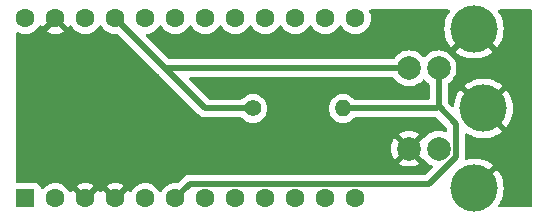
<source format=gtl>
%TF.GenerationSoftware,KiCad,Pcbnew,(6.0.4-0)*%
%TF.CreationDate,2022-04-07T00:05:43-04:00*%
%TF.ProjectId,adb-usb-converter,6164622d-7573-4622-9d63-6f6e76657274,rev?*%
%TF.SameCoordinates,Original*%
%TF.FileFunction,Copper,L1,Top*%
%TF.FilePolarity,Positive*%
%FSLAX46Y46*%
G04 Gerber Fmt 4.6, Leading zero omitted, Abs format (unit mm)*
G04 Created by KiCad (PCBNEW (6.0.4-0)) date 2022-04-07 00:05:43*
%MOMM*%
%LPD*%
G01*
G04 APERTURE LIST*
%TA.AperFunction,ComponentPad*%
%ADD10C,2.000000*%
%TD*%
%TA.AperFunction,ComponentPad*%
%ADD11C,4.000000*%
%TD*%
%TA.AperFunction,ComponentPad*%
%ADD12C,1.600000*%
%TD*%
%TA.AperFunction,ComponentPad*%
%ADD13R,1.600000X1.600000*%
%TD*%
%TA.AperFunction,ComponentPad*%
%ADD14O,1.400000X1.400000*%
%TD*%
%TA.AperFunction,ComponentPad*%
%ADD15C,1.400000*%
%TD*%
%TA.AperFunction,Conductor*%
%ADD16C,0.500000*%
%TD*%
G04 APERTURE END LIST*
D10*
%TO.P,J1,5*%
%TO.N,GND*%
X139450000Y-3400000D03*
%TO.P,J1,3*%
%TO.N,VCC*%
X139450000Y3400000D03*
%TO.P,J1,4*%
%TO.N,Net-(J1-Pad4)*%
X141950000Y-3400000D03*
%TO.P,J1,2*%
%TO.N,/ADB*%
X141950000Y3400000D03*
D11*
%TO.P,J1,1*%
%TO.N,GND*%
X145750000Y0D03*
X144950000Y-6750000D03*
X144950000Y6750000D03*
%TD*%
D12*
%TO.P,U1,24*%
%TO.N,Net-(U1-Pad24)*%
X106965001Y7620000D03*
%TO.P,U1,23*%
%TO.N,GND*%
X109505001Y7620000D03*
%TO.P,U1,22*%
%TO.N,Net-(U1-Pad22)*%
X112045001Y7620000D03*
%TO.P,U1,21*%
%TO.N,VCC*%
X114585001Y7620000D03*
%TO.P,U1,20*%
%TO.N,Net-(U1-Pad20)*%
X117125001Y7620000D03*
%TO.P,U1,19*%
%TO.N,Net-(U1-Pad19)*%
X119665001Y7620000D03*
%TO.P,U1,18*%
%TO.N,Net-(U1-Pad18)*%
X122205001Y7620000D03*
%TO.P,U1,17*%
%TO.N,Net-(U1-Pad17)*%
X124745001Y7620000D03*
%TO.P,U1,16*%
%TO.N,Net-(U1-Pad16)*%
X127285001Y7620000D03*
%TO.P,U1,15*%
%TO.N,Net-(U1-Pad15)*%
X129825001Y7620000D03*
%TO.P,U1,14*%
%TO.N,Net-(U1-Pad14)*%
X132365001Y7620000D03*
%TO.P,U1,13*%
%TO.N,Net-(U1-Pad13)*%
X134905001Y7620000D03*
%TO.P,U1,12*%
%TO.N,Net-(U1-Pad12)*%
X134905001Y-7620000D03*
%TO.P,U1,11*%
%TO.N,Net-(U1-Pad11)*%
X132365001Y-7620000D03*
%TO.P,U1,10*%
%TO.N,Net-(U1-Pad10)*%
X129825001Y-7620000D03*
%TO.P,U1,9*%
%TO.N,Net-(U1-Pad9)*%
X127285001Y-7620000D03*
%TO.P,U1,8*%
%TO.N,Net-(U1-Pad8)*%
X124745001Y-7620000D03*
%TO.P,U1,7*%
%TO.N,Net-(U1-Pad7)*%
X122205001Y-7620000D03*
%TO.P,U1,6*%
%TO.N,/ADB*%
X119665001Y-7620000D03*
%TO.P,U1,5*%
%TO.N,Net-(U1-Pad5)*%
X117125001Y-7620000D03*
%TO.P,U1,4*%
%TO.N,GND*%
X114585001Y-7620000D03*
%TO.P,U1,3*%
X112045001Y-7620000D03*
%TO.P,U1,2*%
%TO.N,Net-(U1-Pad2)*%
X109505001Y-7620000D03*
D13*
%TO.P,U1,1*%
%TO.N,Net-(U1-Pad1)*%
X106965001Y-7620000D03*
%TD*%
D14*
%TO.P,R1,2*%
%TO.N,/ADB*%
X133858000Y0D03*
D15*
%TO.P,R1,1*%
%TO.N,VCC*%
X126238000Y0D03*
%TD*%
D16*
%TO.N,VCC*%
X122205001Y0D02*
X126238000Y0D01*
X114585001Y7620000D02*
X122205001Y0D01*
X118805001Y3400000D02*
X114585001Y7620000D01*
X139450000Y3400000D02*
X118805001Y3400000D01*
%TO.N,/ADB*%
X120915002Y-6369999D02*
X119665001Y-7620000D01*
X141126003Y-6369999D02*
X120915002Y-6369999D01*
X141950000Y173998D02*
X143400001Y-1276003D01*
X143400001Y-4096001D02*
X141126003Y-6369999D01*
X143400001Y-1276003D02*
X143400001Y-4096001D01*
X141950000Y3400000D02*
X141950000Y173998D01*
X141776002Y0D02*
X141950000Y173998D01*
X133858000Y0D02*
X141776002Y0D01*
%TD*%
%TA.AperFunction,Conductor*%
%TO.N,GND*%
G36*
X142853899Y8361498D02*
G01*
X142900392Y8307842D01*
X142910496Y8237568D01*
X142892163Y8187986D01*
X142750001Y7963974D01*
X142746189Y7957041D01*
X142615199Y7678672D01*
X142612284Y7671309D01*
X142517217Y7378723D01*
X142515246Y7371046D01*
X142457600Y7068855D01*
X142456607Y7060994D01*
X142437290Y6753958D01*
X142437290Y6746042D01*
X142456607Y6439006D01*
X142457600Y6431145D01*
X142515246Y6128954D01*
X142517217Y6121277D01*
X142612284Y5828691D01*
X142615199Y5821328D01*
X142746189Y5542959D01*
X142750001Y5536026D01*
X142914851Y5276264D01*
X142919495Y5269871D01*
X142994497Y5179210D01*
X143007014Y5170755D01*
X143017752Y5176962D01*
X144860905Y7020115D01*
X144923217Y7054141D01*
X144994032Y7049076D01*
X145039095Y7020115D01*
X146881145Y5178065D01*
X146894407Y5170823D01*
X146904512Y5178012D01*
X146980505Y5269871D01*
X146985149Y5276264D01*
X147149999Y5536026D01*
X147153811Y5542959D01*
X147284801Y5821328D01*
X147287716Y5828691D01*
X147382783Y6121277D01*
X147384754Y6128954D01*
X147442400Y6431145D01*
X147443393Y6439006D01*
X147462710Y6746042D01*
X147462710Y6753958D01*
X147443393Y7060994D01*
X147442400Y7068855D01*
X147384754Y7371046D01*
X147382783Y7378723D01*
X147287716Y7671309D01*
X147284801Y7678672D01*
X147153811Y7957041D01*
X147149999Y7963974D01*
X147007837Y8187986D01*
X146988224Y8256220D01*
X147008615Y8324225D01*
X147062535Y8370411D01*
X147114222Y8381500D01*
X149733500Y8381500D01*
X149801621Y8361498D01*
X149848114Y8307842D01*
X149859500Y8255500D01*
X149859500Y-8255500D01*
X149839498Y-8323621D01*
X149785842Y-8370114D01*
X149733500Y-8381500D01*
X147114222Y-8381500D01*
X147046101Y-8361498D01*
X146999608Y-8307842D01*
X146989504Y-8237568D01*
X147007837Y-8187986D01*
X147149999Y-7963974D01*
X147153811Y-7957041D01*
X147284801Y-7678672D01*
X147287716Y-7671309D01*
X147382783Y-7378723D01*
X147384754Y-7371046D01*
X147442400Y-7068855D01*
X147443393Y-7060994D01*
X147462710Y-6753958D01*
X147462710Y-6746042D01*
X147443393Y-6439006D01*
X147442400Y-6431145D01*
X147384754Y-6128954D01*
X147382783Y-6121277D01*
X147287716Y-5828691D01*
X147284801Y-5821328D01*
X147153811Y-5542959D01*
X147149999Y-5536026D01*
X146985149Y-5276264D01*
X146980505Y-5269871D01*
X146905503Y-5179210D01*
X146892986Y-5170755D01*
X146882248Y-5176962D01*
X145039095Y-7020115D01*
X144976783Y-7054141D01*
X144905968Y-7049076D01*
X144860905Y-7020115D01*
X144679885Y-6839095D01*
X144645859Y-6776783D01*
X144650924Y-6705968D01*
X144679885Y-6660905D01*
X146524666Y-4816124D01*
X146531279Y-4804013D01*
X146522452Y-4792395D01*
X146299719Y-4630570D01*
X146293039Y-4626330D01*
X146023428Y-4478110D01*
X146016293Y-4474753D01*
X145730230Y-4361492D01*
X145722704Y-4359047D01*
X145424721Y-4282538D01*
X145416950Y-4281055D01*
X145111722Y-4242497D01*
X145103831Y-4242000D01*
X144796169Y-4242000D01*
X144788278Y-4242497D01*
X144483050Y-4281055D01*
X144475279Y-4282538D01*
X144314351Y-4323857D01*
X144243396Y-4321425D01*
X144185020Y-4281017D01*
X144157757Y-4215464D01*
X144158288Y-4190421D01*
X144157809Y-4190391D01*
X144158501Y-4179237D01*
X144158536Y-4179239D01*
X144158776Y-4175267D01*
X144159153Y-4171046D01*
X144160642Y-4163886D01*
X144158547Y-4086459D01*
X144158501Y-4083051D01*
X144158501Y-2191056D01*
X144178503Y-2122935D01*
X144232159Y-2076442D01*
X144302433Y-2066338D01*
X144358561Y-2089119D01*
X144400283Y-2119432D01*
X144406961Y-2123670D01*
X144676572Y-2271890D01*
X144683707Y-2275247D01*
X144969770Y-2388508D01*
X144977296Y-2390953D01*
X145275279Y-2467462D01*
X145283050Y-2468945D01*
X145588278Y-2507503D01*
X145596169Y-2508000D01*
X145903831Y-2508000D01*
X145911722Y-2507503D01*
X146216950Y-2468945D01*
X146224721Y-2467462D01*
X146522704Y-2390953D01*
X146530230Y-2388508D01*
X146816293Y-2275247D01*
X146823428Y-2271890D01*
X147093039Y-2123670D01*
X147099719Y-2119430D01*
X147322823Y-1957336D01*
X147331246Y-1946413D01*
X147324342Y-1933552D01*
X145391922Y-1132D01*
X146114408Y-1132D01*
X146114539Y-2965D01*
X146118790Y-9580D01*
X147681145Y-1571935D01*
X147694407Y-1579177D01*
X147704512Y-1571988D01*
X147780505Y-1480129D01*
X147785149Y-1473736D01*
X147949999Y-1213974D01*
X147953811Y-1207041D01*
X148084801Y-928672D01*
X148087716Y-921309D01*
X148182783Y-628723D01*
X148184754Y-621046D01*
X148242400Y-318855D01*
X148243393Y-310994D01*
X148262710Y-3958D01*
X148262710Y3958D01*
X148243393Y310994D01*
X148242400Y318855D01*
X148184754Y621046D01*
X148182783Y628723D01*
X148087716Y921309D01*
X148084801Y928672D01*
X147953811Y1207041D01*
X147949999Y1213974D01*
X147785149Y1473736D01*
X147780505Y1480129D01*
X147705503Y1570790D01*
X147692986Y1579245D01*
X147682248Y1573038D01*
X146122022Y12812D01*
X146114408Y-1132D01*
X145391922Y-1132D01*
X143818855Y1571935D01*
X143805593Y1579177D01*
X143795488Y1571988D01*
X143719495Y1480129D01*
X143714851Y1473736D01*
X143550001Y1213974D01*
X143546189Y1207041D01*
X143415199Y928672D01*
X143412284Y921309D01*
X143317217Y628723D01*
X143315246Y621046D01*
X143257600Y318855D01*
X143256607Y310995D01*
X143252174Y240535D01*
X143227935Y173804D01*
X143171466Y130772D01*
X143100696Y125100D01*
X143037328Y159351D01*
X142745405Y451274D01*
X142711379Y513586D01*
X142708500Y540369D01*
X142708500Y1946413D01*
X144168754Y1946413D01*
X144175658Y1933552D01*
X145737188Y372022D01*
X145751132Y364408D01*
X145752965Y364539D01*
X145759580Y368790D01*
X147324666Y1933876D01*
X147331279Y1945987D01*
X147322452Y1957605D01*
X147099719Y2119430D01*
X147093039Y2123670D01*
X146823428Y2271890D01*
X146816293Y2275247D01*
X146530230Y2388508D01*
X146522704Y2390953D01*
X146224721Y2467462D01*
X146216950Y2468945D01*
X145911722Y2507503D01*
X145903831Y2508000D01*
X145596169Y2508000D01*
X145588278Y2507503D01*
X145283050Y2468945D01*
X145275279Y2467462D01*
X144977296Y2390953D01*
X144969770Y2388508D01*
X144683707Y2275247D01*
X144676572Y2271890D01*
X144406961Y2123670D01*
X144400281Y2119430D01*
X144177177Y1957336D01*
X144168754Y1946413D01*
X142708500Y1946413D01*
X142708500Y2025035D01*
X142728502Y2093156D01*
X142768664Y2132467D01*
X142839416Y2175824D01*
X143019969Y2330031D01*
X143174176Y2510584D01*
X143176755Y2514792D01*
X143176759Y2514798D01*
X143295654Y2708817D01*
X143298240Y2713037D01*
X143351516Y2841656D01*
X143387211Y2927833D01*
X143387212Y2927835D01*
X143389105Y2932406D01*
X143444535Y3163289D01*
X143463165Y3400000D01*
X143444535Y3636711D01*
X143389105Y3867594D01*
X143298240Y4086963D01*
X143242145Y4178502D01*
X143176759Y4285202D01*
X143176755Y4285208D01*
X143174176Y4289416D01*
X143019969Y4469969D01*
X142839416Y4624176D01*
X142835208Y4626755D01*
X142835202Y4626759D01*
X142641183Y4745654D01*
X142636963Y4748240D01*
X142632393Y4750133D01*
X142632389Y4750135D01*
X142502315Y4804013D01*
X143368721Y4804013D01*
X143377548Y4792395D01*
X143600281Y4630570D01*
X143606961Y4626330D01*
X143876572Y4478110D01*
X143883707Y4474753D01*
X144169770Y4361492D01*
X144177296Y4359047D01*
X144475279Y4282538D01*
X144483050Y4281055D01*
X144788278Y4242497D01*
X144796169Y4242000D01*
X145103831Y4242000D01*
X145111722Y4242497D01*
X145416950Y4281055D01*
X145424721Y4282538D01*
X145722704Y4359047D01*
X145730230Y4361492D01*
X146016293Y4474753D01*
X146023428Y4478110D01*
X146293039Y4626330D01*
X146299719Y4630570D01*
X146522823Y4792664D01*
X146531246Y4803587D01*
X146524342Y4816448D01*
X144962812Y6377978D01*
X144948868Y6385592D01*
X144947035Y6385461D01*
X144940420Y6381210D01*
X143375334Y4816124D01*
X143368721Y4804013D01*
X142502315Y4804013D01*
X142422167Y4837211D01*
X142422165Y4837212D01*
X142417594Y4839105D01*
X142337391Y4858360D01*
X142191524Y4893380D01*
X142191518Y4893381D01*
X142186711Y4894535D01*
X141950000Y4913165D01*
X141713289Y4894535D01*
X141708482Y4893381D01*
X141708476Y4893380D01*
X141562609Y4858360D01*
X141482406Y4839105D01*
X141477835Y4837212D01*
X141477833Y4837211D01*
X141267611Y4750135D01*
X141267607Y4750133D01*
X141263037Y4748240D01*
X141258817Y4745654D01*
X141064798Y4626759D01*
X141064792Y4626755D01*
X141060584Y4624176D01*
X140880031Y4469969D01*
X140876823Y4466213D01*
X140876818Y4466208D01*
X140795811Y4371361D01*
X140736361Y4332551D01*
X140665366Y4332045D01*
X140604189Y4371361D01*
X140523182Y4466208D01*
X140523177Y4466213D01*
X140519969Y4469969D01*
X140339416Y4624176D01*
X140335208Y4626755D01*
X140335202Y4626759D01*
X140141183Y4745654D01*
X140136963Y4748240D01*
X140132393Y4750133D01*
X140132389Y4750135D01*
X139922167Y4837211D01*
X139922165Y4837212D01*
X139917594Y4839105D01*
X139837391Y4858360D01*
X139691524Y4893380D01*
X139691518Y4893381D01*
X139686711Y4894535D01*
X139450000Y4913165D01*
X139213289Y4894535D01*
X139208482Y4893381D01*
X139208476Y4893380D01*
X139062609Y4858360D01*
X138982406Y4839105D01*
X138977835Y4837212D01*
X138977833Y4837211D01*
X138767611Y4750135D01*
X138767607Y4750133D01*
X138763037Y4748240D01*
X138758817Y4745654D01*
X138564798Y4626759D01*
X138564792Y4626755D01*
X138560584Y4624176D01*
X138380031Y4469969D01*
X138376823Y4466213D01*
X138262665Y4332551D01*
X138225824Y4289416D01*
X138182467Y4218664D01*
X138129819Y4171033D01*
X138075035Y4158500D01*
X119171372Y4158500D01*
X119103251Y4178502D01*
X119082277Y4195405D01*
X117174621Y6103061D01*
X117140595Y6165373D01*
X117145660Y6236188D01*
X117188207Y6293024D01*
X117252734Y6317677D01*
X117279792Y6320044D01*
X117353088Y6326457D01*
X117358401Y6327881D01*
X117358403Y6327881D01*
X117568934Y6384293D01*
X117568936Y6384294D01*
X117574244Y6385716D01*
X117580236Y6388510D01*
X117776763Y6480151D01*
X117776768Y6480154D01*
X117781750Y6482477D01*
X117917502Y6577532D01*
X117964790Y6610643D01*
X117964793Y6610645D01*
X117969301Y6613802D01*
X118131199Y6775700D01*
X118262524Y6963251D01*
X118264847Y6968233D01*
X118264850Y6968238D01*
X118280806Y7002457D01*
X118327723Y7055742D01*
X118396000Y7075203D01*
X118463960Y7054661D01*
X118509196Y7002457D01*
X118525152Y6968238D01*
X118525155Y6968233D01*
X118527478Y6963251D01*
X118658803Y6775700D01*
X118820701Y6613802D01*
X118825209Y6610645D01*
X118825212Y6610643D01*
X118872500Y6577532D01*
X119008252Y6482477D01*
X119013234Y6480154D01*
X119013239Y6480151D01*
X119209766Y6388510D01*
X119215758Y6385716D01*
X119221066Y6384294D01*
X119221068Y6384293D01*
X119431599Y6327881D01*
X119431601Y6327881D01*
X119436914Y6326457D01*
X119665001Y6306502D01*
X119893088Y6326457D01*
X119898401Y6327881D01*
X119898403Y6327881D01*
X120108934Y6384293D01*
X120108936Y6384294D01*
X120114244Y6385716D01*
X120120236Y6388510D01*
X120316763Y6480151D01*
X120316768Y6480154D01*
X120321750Y6482477D01*
X120457502Y6577532D01*
X120504790Y6610643D01*
X120504793Y6610645D01*
X120509301Y6613802D01*
X120671199Y6775700D01*
X120802524Y6963251D01*
X120804847Y6968233D01*
X120804850Y6968238D01*
X120820806Y7002457D01*
X120867723Y7055742D01*
X120936000Y7075203D01*
X121003960Y7054661D01*
X121049196Y7002457D01*
X121065152Y6968238D01*
X121065155Y6968233D01*
X121067478Y6963251D01*
X121198803Y6775700D01*
X121360701Y6613802D01*
X121365209Y6610645D01*
X121365212Y6610643D01*
X121412500Y6577532D01*
X121548252Y6482477D01*
X121553234Y6480154D01*
X121553239Y6480151D01*
X121749766Y6388510D01*
X121755758Y6385716D01*
X121761066Y6384294D01*
X121761068Y6384293D01*
X121971599Y6327881D01*
X121971601Y6327881D01*
X121976914Y6326457D01*
X122205001Y6306502D01*
X122433088Y6326457D01*
X122438401Y6327881D01*
X122438403Y6327881D01*
X122648934Y6384293D01*
X122648936Y6384294D01*
X122654244Y6385716D01*
X122660236Y6388510D01*
X122856763Y6480151D01*
X122856768Y6480154D01*
X122861750Y6482477D01*
X122997502Y6577532D01*
X123044790Y6610643D01*
X123044793Y6610645D01*
X123049301Y6613802D01*
X123211199Y6775700D01*
X123342524Y6963251D01*
X123344847Y6968233D01*
X123344850Y6968238D01*
X123360806Y7002457D01*
X123407723Y7055742D01*
X123476000Y7075203D01*
X123543960Y7054661D01*
X123589196Y7002457D01*
X123605152Y6968238D01*
X123605155Y6968233D01*
X123607478Y6963251D01*
X123738803Y6775700D01*
X123900701Y6613802D01*
X123905209Y6610645D01*
X123905212Y6610643D01*
X123952500Y6577532D01*
X124088252Y6482477D01*
X124093234Y6480154D01*
X124093239Y6480151D01*
X124289766Y6388510D01*
X124295758Y6385716D01*
X124301066Y6384294D01*
X124301068Y6384293D01*
X124511599Y6327881D01*
X124511601Y6327881D01*
X124516914Y6326457D01*
X124745001Y6306502D01*
X124973088Y6326457D01*
X124978401Y6327881D01*
X124978403Y6327881D01*
X125188934Y6384293D01*
X125188936Y6384294D01*
X125194244Y6385716D01*
X125200236Y6388510D01*
X125396763Y6480151D01*
X125396768Y6480154D01*
X125401750Y6482477D01*
X125537502Y6577532D01*
X125584790Y6610643D01*
X125584793Y6610645D01*
X125589301Y6613802D01*
X125751199Y6775700D01*
X125882524Y6963251D01*
X125884847Y6968233D01*
X125884850Y6968238D01*
X125900806Y7002457D01*
X125947723Y7055742D01*
X126016000Y7075203D01*
X126083960Y7054661D01*
X126129196Y7002457D01*
X126145152Y6968238D01*
X126145155Y6968233D01*
X126147478Y6963251D01*
X126278803Y6775700D01*
X126440701Y6613802D01*
X126445209Y6610645D01*
X126445212Y6610643D01*
X126492500Y6577532D01*
X126628252Y6482477D01*
X126633234Y6480154D01*
X126633239Y6480151D01*
X126829766Y6388510D01*
X126835758Y6385716D01*
X126841066Y6384294D01*
X126841068Y6384293D01*
X127051599Y6327881D01*
X127051601Y6327881D01*
X127056914Y6326457D01*
X127285001Y6306502D01*
X127513088Y6326457D01*
X127518401Y6327881D01*
X127518403Y6327881D01*
X127728934Y6384293D01*
X127728936Y6384294D01*
X127734244Y6385716D01*
X127740236Y6388510D01*
X127936763Y6480151D01*
X127936768Y6480154D01*
X127941750Y6482477D01*
X128077502Y6577532D01*
X128124790Y6610643D01*
X128124793Y6610645D01*
X128129301Y6613802D01*
X128291199Y6775700D01*
X128422524Y6963251D01*
X128424847Y6968233D01*
X128424850Y6968238D01*
X128440806Y7002457D01*
X128487723Y7055742D01*
X128556000Y7075203D01*
X128623960Y7054661D01*
X128669196Y7002457D01*
X128685152Y6968238D01*
X128685155Y6968233D01*
X128687478Y6963251D01*
X128818803Y6775700D01*
X128980701Y6613802D01*
X128985209Y6610645D01*
X128985212Y6610643D01*
X129032500Y6577532D01*
X129168252Y6482477D01*
X129173234Y6480154D01*
X129173239Y6480151D01*
X129369766Y6388510D01*
X129375758Y6385716D01*
X129381066Y6384294D01*
X129381068Y6384293D01*
X129591599Y6327881D01*
X129591601Y6327881D01*
X129596914Y6326457D01*
X129825001Y6306502D01*
X130053088Y6326457D01*
X130058401Y6327881D01*
X130058403Y6327881D01*
X130268934Y6384293D01*
X130268936Y6384294D01*
X130274244Y6385716D01*
X130280236Y6388510D01*
X130476763Y6480151D01*
X130476768Y6480154D01*
X130481750Y6482477D01*
X130617502Y6577532D01*
X130664790Y6610643D01*
X130664793Y6610645D01*
X130669301Y6613802D01*
X130831199Y6775700D01*
X130962524Y6963251D01*
X130964847Y6968233D01*
X130964850Y6968238D01*
X130980806Y7002457D01*
X131027723Y7055742D01*
X131096000Y7075203D01*
X131163960Y7054661D01*
X131209196Y7002457D01*
X131225152Y6968238D01*
X131225155Y6968233D01*
X131227478Y6963251D01*
X131358803Y6775700D01*
X131520701Y6613802D01*
X131525209Y6610645D01*
X131525212Y6610643D01*
X131572500Y6577532D01*
X131708252Y6482477D01*
X131713234Y6480154D01*
X131713239Y6480151D01*
X131909766Y6388510D01*
X131915758Y6385716D01*
X131921066Y6384294D01*
X131921068Y6384293D01*
X132131599Y6327881D01*
X132131601Y6327881D01*
X132136914Y6326457D01*
X132365001Y6306502D01*
X132593088Y6326457D01*
X132598401Y6327881D01*
X132598403Y6327881D01*
X132808934Y6384293D01*
X132808936Y6384294D01*
X132814244Y6385716D01*
X132820236Y6388510D01*
X133016763Y6480151D01*
X133016768Y6480154D01*
X133021750Y6482477D01*
X133157502Y6577532D01*
X133204790Y6610643D01*
X133204793Y6610645D01*
X133209301Y6613802D01*
X133371199Y6775700D01*
X133502524Y6963251D01*
X133504847Y6968233D01*
X133504850Y6968238D01*
X133520806Y7002457D01*
X133567723Y7055742D01*
X133636000Y7075203D01*
X133703960Y7054661D01*
X133749196Y7002457D01*
X133765152Y6968238D01*
X133765155Y6968233D01*
X133767478Y6963251D01*
X133898803Y6775700D01*
X134060701Y6613802D01*
X134065209Y6610645D01*
X134065212Y6610643D01*
X134112500Y6577532D01*
X134248252Y6482477D01*
X134253234Y6480154D01*
X134253239Y6480151D01*
X134449766Y6388510D01*
X134455758Y6385716D01*
X134461066Y6384294D01*
X134461068Y6384293D01*
X134671599Y6327881D01*
X134671601Y6327881D01*
X134676914Y6326457D01*
X134905001Y6306502D01*
X135133088Y6326457D01*
X135138401Y6327881D01*
X135138403Y6327881D01*
X135348934Y6384293D01*
X135348936Y6384294D01*
X135354244Y6385716D01*
X135360236Y6388510D01*
X135556763Y6480151D01*
X135556768Y6480154D01*
X135561750Y6482477D01*
X135697502Y6577532D01*
X135744790Y6610643D01*
X135744793Y6610645D01*
X135749301Y6613802D01*
X135911199Y6775700D01*
X136042524Y6963251D01*
X136044847Y6968233D01*
X136044850Y6968238D01*
X136136962Y7165775D01*
X136136962Y7165776D01*
X136139285Y7170757D01*
X136159977Y7247978D01*
X136197120Y7386598D01*
X136197120Y7386600D01*
X136198544Y7391913D01*
X136218499Y7620000D01*
X136198544Y7848087D01*
X136187283Y7890115D01*
X136140708Y8063933D01*
X136140707Y8063935D01*
X136139285Y8069243D01*
X136077263Y8202251D01*
X136066602Y8272442D01*
X136095582Y8337255D01*
X136155002Y8376111D01*
X136191458Y8381500D01*
X142785778Y8381500D01*
X142853899Y8361498D01*
G37*
%TD.AperFunction*%
%TA.AperFunction,Conductor*%
G36*
X109549033Y7919076D02*
G01*
X109594096Y7890115D01*
X110579288Y6904923D01*
X110591063Y6898493D01*
X110603078Y6907789D01*
X110638932Y6958994D01*
X110644415Y6968489D01*
X110660530Y7003049D01*
X110707447Y7056334D01*
X110775724Y7075795D01*
X110843684Y7055253D01*
X110888920Y7003049D01*
X110905152Y6968238D01*
X110905155Y6968233D01*
X110907478Y6963251D01*
X111038803Y6775700D01*
X111200701Y6613802D01*
X111205209Y6610645D01*
X111205212Y6610643D01*
X111252500Y6577532D01*
X111388252Y6482477D01*
X111393234Y6480154D01*
X111393239Y6480151D01*
X111589766Y6388510D01*
X111595758Y6385716D01*
X111601066Y6384294D01*
X111601068Y6384293D01*
X111811599Y6327881D01*
X111811601Y6327881D01*
X111816914Y6326457D01*
X112045001Y6306502D01*
X112273088Y6326457D01*
X112278401Y6327881D01*
X112278403Y6327881D01*
X112488934Y6384293D01*
X112488936Y6384294D01*
X112494244Y6385716D01*
X112500236Y6388510D01*
X112696763Y6480151D01*
X112696768Y6480154D01*
X112701750Y6482477D01*
X112837502Y6577532D01*
X112884790Y6610643D01*
X112884793Y6610645D01*
X112889301Y6613802D01*
X113051199Y6775700D01*
X113182524Y6963251D01*
X113184847Y6968233D01*
X113184850Y6968238D01*
X113200806Y7002457D01*
X113247723Y7055742D01*
X113316000Y7075203D01*
X113383960Y7054661D01*
X113429196Y7002457D01*
X113445152Y6968238D01*
X113445155Y6968233D01*
X113447478Y6963251D01*
X113578803Y6775700D01*
X113740701Y6613802D01*
X113745209Y6610645D01*
X113745212Y6610643D01*
X113792500Y6577532D01*
X113928252Y6482477D01*
X113933234Y6480154D01*
X113933239Y6480151D01*
X114129766Y6388510D01*
X114135758Y6385716D01*
X114141066Y6384294D01*
X114141068Y6384293D01*
X114351599Y6327881D01*
X114351601Y6327881D01*
X114356914Y6326457D01*
X114585001Y6306502D01*
X114590476Y6306981D01*
X114747914Y6320755D01*
X114817519Y6306766D01*
X114847991Y6284329D01*
X118221231Y2911089D01*
X118233617Y2896677D01*
X118242150Y2885082D01*
X118242155Y2885077D01*
X118246493Y2879182D01*
X118252071Y2874443D01*
X118252074Y2874440D01*
X118286769Y2844965D01*
X118294285Y2838035D01*
X121621231Y-488911D01*
X121633617Y-503323D01*
X121642150Y-514918D01*
X121642155Y-514923D01*
X121646493Y-520818D01*
X121652071Y-525557D01*
X121652074Y-525560D01*
X121686769Y-555035D01*
X121694285Y-561965D01*
X121699980Y-567660D01*
X121702862Y-569940D01*
X121722252Y-585281D01*
X121725656Y-588072D01*
X121775704Y-630591D01*
X121781286Y-635333D01*
X121787802Y-638661D01*
X121792851Y-642028D01*
X121797980Y-645195D01*
X121803717Y-649734D01*
X121869876Y-680655D01*
X121873770Y-682558D01*
X121938809Y-715769D01*
X121945917Y-717508D01*
X121951560Y-719607D01*
X121957323Y-721524D01*
X121963951Y-724622D01*
X121971113Y-726112D01*
X121971114Y-726112D01*
X122035413Y-739486D01*
X122039697Y-740456D01*
X122110611Y-757808D01*
X122116213Y-758156D01*
X122116216Y-758156D01*
X122121765Y-758500D01*
X122121763Y-758536D01*
X122125756Y-758775D01*
X122129948Y-759149D01*
X122137116Y-760640D01*
X122214521Y-758546D01*
X122217929Y-758500D01*
X125235233Y-758500D01*
X125303354Y-778502D01*
X125324328Y-795405D01*
X125458224Y-929301D01*
X125631442Y-1050589D01*
X125636420Y-1052910D01*
X125636423Y-1052912D01*
X125766627Y-1113627D01*
X125823090Y-1139956D01*
X125828398Y-1141378D01*
X125828400Y-1141379D01*
X126022030Y-1193262D01*
X126022032Y-1193262D01*
X126027345Y-1194686D01*
X126238000Y-1213116D01*
X126448655Y-1194686D01*
X126453968Y-1193262D01*
X126453970Y-1193262D01*
X126647600Y-1141379D01*
X126647602Y-1141378D01*
X126652910Y-1139956D01*
X126709373Y-1113627D01*
X126839577Y-1052912D01*
X126839580Y-1052910D01*
X126844558Y-1050589D01*
X127017776Y-929301D01*
X127167301Y-779776D01*
X127288589Y-606558D01*
X127297873Y-586650D01*
X127375633Y-419892D01*
X127375634Y-419891D01*
X127377956Y-414910D01*
X127432686Y-210655D01*
X127451116Y0D01*
X127432686Y210655D01*
X127377956Y414910D01*
X127331943Y513586D01*
X127290912Y601577D01*
X127290910Y601580D01*
X127288589Y606558D01*
X127167301Y779776D01*
X127017776Y929301D01*
X126844558Y1050589D01*
X126839580Y1052910D01*
X126839577Y1052912D01*
X126657892Y1137633D01*
X126657891Y1137634D01*
X126652910Y1139956D01*
X126647602Y1141378D01*
X126647600Y1141379D01*
X126453970Y1193262D01*
X126453968Y1193262D01*
X126448655Y1194686D01*
X126238000Y1213116D01*
X126027345Y1194686D01*
X126022032Y1193262D01*
X126022030Y1193262D01*
X125828400Y1141379D01*
X125828398Y1141378D01*
X125823090Y1139956D01*
X125818109Y1137634D01*
X125818108Y1137633D01*
X125636423Y1052912D01*
X125636420Y1052910D01*
X125631442Y1050589D01*
X125458224Y929301D01*
X125324328Y795405D01*
X125262016Y761379D01*
X125235233Y758500D01*
X122571372Y758500D01*
X122503251Y778502D01*
X122482277Y795405D01*
X120851277Y2426405D01*
X120817251Y2488717D01*
X120822316Y2559532D01*
X120864863Y2616368D01*
X120931383Y2641179D01*
X120940372Y2641500D01*
X138075035Y2641500D01*
X138143156Y2621498D01*
X138182466Y2581337D01*
X138225824Y2510584D01*
X138380031Y2330031D01*
X138560584Y2175824D01*
X138564792Y2173245D01*
X138564798Y2173241D01*
X138645691Y2123670D01*
X138763037Y2051760D01*
X138767607Y2049867D01*
X138767611Y2049865D01*
X138977833Y1962789D01*
X138982406Y1960895D01*
X139062609Y1941640D01*
X139208476Y1906620D01*
X139208482Y1906619D01*
X139213289Y1905465D01*
X139450000Y1886835D01*
X139686711Y1905465D01*
X139691518Y1906619D01*
X139691524Y1906620D01*
X139837391Y1941640D01*
X139917594Y1960895D01*
X139922167Y1962789D01*
X140132389Y2049865D01*
X140132393Y2049867D01*
X140136963Y2051760D01*
X140254309Y2123670D01*
X140335202Y2173241D01*
X140335208Y2173245D01*
X140339416Y2175824D01*
X140519969Y2330031D01*
X140523177Y2333787D01*
X140523182Y2333792D01*
X140604189Y2428639D01*
X140663639Y2467449D01*
X140734634Y2467955D01*
X140795811Y2428639D01*
X140876818Y2333792D01*
X140876823Y2333787D01*
X140880031Y2330031D01*
X141060584Y2175824D01*
X141131336Y2132467D01*
X141178967Y2079819D01*
X141191500Y2025035D01*
X141191500Y884500D01*
X141171498Y816379D01*
X141117842Y769886D01*
X141065500Y758500D01*
X134860767Y758500D01*
X134792646Y778502D01*
X134771672Y795405D01*
X134637776Y929301D01*
X134464558Y1050589D01*
X134459580Y1052910D01*
X134459577Y1052912D01*
X134277892Y1137633D01*
X134277891Y1137634D01*
X134272910Y1139956D01*
X134267602Y1141378D01*
X134267600Y1141379D01*
X134073970Y1193262D01*
X134073968Y1193262D01*
X134068655Y1194686D01*
X133858000Y1213116D01*
X133647345Y1194686D01*
X133642032Y1193262D01*
X133642030Y1193262D01*
X133448400Y1141379D01*
X133448398Y1141378D01*
X133443090Y1139956D01*
X133438109Y1137634D01*
X133438108Y1137633D01*
X133256423Y1052912D01*
X133256420Y1052910D01*
X133251442Y1050589D01*
X133078224Y929301D01*
X132928699Y779776D01*
X132807411Y606558D01*
X132805090Y601580D01*
X132805088Y601577D01*
X132764057Y513586D01*
X132718044Y414910D01*
X132663314Y210655D01*
X132644884Y0D01*
X132663314Y-210655D01*
X132718044Y-414910D01*
X132720366Y-419891D01*
X132720367Y-419892D01*
X132798128Y-586650D01*
X132807411Y-606558D01*
X132928699Y-779776D01*
X133078224Y-929301D01*
X133251442Y-1050589D01*
X133256420Y-1052910D01*
X133256423Y-1052912D01*
X133386627Y-1113627D01*
X133443090Y-1139956D01*
X133448398Y-1141378D01*
X133448400Y-1141379D01*
X133642030Y-1193262D01*
X133642032Y-1193262D01*
X133647345Y-1194686D01*
X133858000Y-1213116D01*
X134068655Y-1194686D01*
X134073968Y-1193262D01*
X134073970Y-1193262D01*
X134267600Y-1141379D01*
X134267602Y-1141378D01*
X134272910Y-1139956D01*
X134329373Y-1113627D01*
X134459577Y-1052912D01*
X134459580Y-1052910D01*
X134464558Y-1050589D01*
X134637776Y-929301D01*
X134771672Y-795405D01*
X134833984Y-761379D01*
X134860767Y-758500D01*
X141708932Y-758500D01*
X141727882Y-759933D01*
X141742117Y-762099D01*
X141742121Y-762099D01*
X141749351Y-763199D01*
X141756644Y-762606D01*
X141763961Y-762861D01*
X141763866Y-765578D01*
X141821060Y-777448D01*
X141850830Y-799513D01*
X142604596Y-1553279D01*
X142638622Y-1615591D01*
X142641501Y-1642374D01*
X142641501Y-1865068D01*
X142621499Y-1933189D01*
X142567843Y-1979682D01*
X142497569Y-1989786D01*
X142467285Y-1981478D01*
X142440102Y-1970218D01*
X142422167Y-1962789D01*
X142422165Y-1962788D01*
X142417594Y-1960895D01*
X142302190Y-1933189D01*
X142191524Y-1906620D01*
X142191518Y-1906619D01*
X142186711Y-1905465D01*
X141950000Y-1886835D01*
X141713289Y-1905465D01*
X141708482Y-1906619D01*
X141708476Y-1906620D01*
X141597810Y-1933189D01*
X141482406Y-1960895D01*
X141477835Y-1962788D01*
X141477833Y-1962789D01*
X141267611Y-2049865D01*
X141267607Y-2049867D01*
X141263037Y-2051760D01*
X141258817Y-2054346D01*
X141064798Y-2173241D01*
X141064792Y-2173245D01*
X141060584Y-2175824D01*
X140880031Y-2330031D01*
X140876823Y-2333787D01*
X140741247Y-2492526D01*
X140695314Y-2526402D01*
X140673332Y-2535878D01*
X139822022Y-3387188D01*
X139814408Y-3401132D01*
X139814539Y-3402965D01*
X139818790Y-3409580D01*
X140670290Y-4261080D01*
X140708648Y-4282026D01*
X140744072Y-4310782D01*
X140787383Y-4361492D01*
X140880031Y-4469969D01*
X141060584Y-4624176D01*
X141064792Y-4626755D01*
X141064798Y-4626759D01*
X141140301Y-4673027D01*
X141263037Y-4748240D01*
X141267607Y-4750133D01*
X141267615Y-4750137D01*
X141380178Y-4796761D01*
X141435460Y-4841309D01*
X141457881Y-4908672D01*
X141440323Y-4977463D01*
X141421056Y-5002265D01*
X140848727Y-5574594D01*
X140786415Y-5608620D01*
X140759632Y-5611499D01*
X120982065Y-5611499D01*
X120963116Y-5610066D01*
X120962909Y-5610035D01*
X120941653Y-5606801D01*
X120934361Y-5607394D01*
X120934358Y-5607394D01*
X120888993Y-5611084D01*
X120878779Y-5611499D01*
X120870709Y-5611499D01*
X120867089Y-5611921D01*
X120867071Y-5611922D01*
X120842463Y-5614791D01*
X120838102Y-5615223D01*
X120812983Y-5617266D01*
X120772663Y-5620545D01*
X120772660Y-5620546D01*
X120765365Y-5621139D01*
X120758401Y-5623395D01*
X120752442Y-5624586D01*
X120746587Y-5625970D01*
X120739321Y-5626817D01*
X120670675Y-5651734D01*
X120666547Y-5653151D01*
X120604066Y-5673392D01*
X120604064Y-5673393D01*
X120597103Y-5675648D01*
X120590848Y-5679444D01*
X120585374Y-5681950D01*
X120579944Y-5684669D01*
X120573065Y-5687166D01*
X120512018Y-5727190D01*
X120508329Y-5729517D01*
X120488137Y-5741770D01*
X120450695Y-5764490D01*
X120450690Y-5764494D01*
X120445894Y-5767404D01*
X120437518Y-5774802D01*
X120437495Y-5774776D01*
X120434505Y-5777425D01*
X120431266Y-5780133D01*
X120425150Y-5784143D01*
X120420123Y-5789450D01*
X120420119Y-5789453D01*
X120371874Y-5840382D01*
X120369496Y-5842824D01*
X119927991Y-6284329D01*
X119865679Y-6318355D01*
X119827914Y-6320755D01*
X119670476Y-6306981D01*
X119665001Y-6306502D01*
X119436914Y-6326457D01*
X119431601Y-6327881D01*
X119431599Y-6327881D01*
X119221068Y-6384293D01*
X119221066Y-6384294D01*
X119215758Y-6385716D01*
X119210777Y-6388039D01*
X119210776Y-6388039D01*
X119013239Y-6480151D01*
X119013234Y-6480154D01*
X119008252Y-6482477D01*
X118951081Y-6522509D01*
X118825212Y-6610643D01*
X118825209Y-6610645D01*
X118820701Y-6613802D01*
X118658803Y-6775700D01*
X118527478Y-6963251D01*
X118525155Y-6968233D01*
X118525152Y-6968238D01*
X118509196Y-7002457D01*
X118462279Y-7055742D01*
X118394002Y-7075203D01*
X118326042Y-7054661D01*
X118280806Y-7002457D01*
X118264850Y-6968238D01*
X118264847Y-6968233D01*
X118262524Y-6963251D01*
X118131199Y-6775700D01*
X117969301Y-6613802D01*
X117964793Y-6610645D01*
X117964790Y-6610643D01*
X117838921Y-6522509D01*
X117781750Y-6482477D01*
X117776768Y-6480154D01*
X117776763Y-6480151D01*
X117579226Y-6388039D01*
X117579225Y-6388039D01*
X117574244Y-6385716D01*
X117568936Y-6384294D01*
X117568934Y-6384293D01*
X117358403Y-6327881D01*
X117358401Y-6327881D01*
X117353088Y-6326457D01*
X117125001Y-6306502D01*
X116896914Y-6326457D01*
X116891601Y-6327881D01*
X116891599Y-6327881D01*
X116681068Y-6384293D01*
X116681066Y-6384294D01*
X116675758Y-6385716D01*
X116670777Y-6388039D01*
X116670776Y-6388039D01*
X116473239Y-6480151D01*
X116473234Y-6480154D01*
X116468252Y-6482477D01*
X116411081Y-6522509D01*
X116285212Y-6610643D01*
X116285209Y-6610645D01*
X116280701Y-6613802D01*
X116118803Y-6775700D01*
X115987478Y-6963251D01*
X115985155Y-6968233D01*
X115985152Y-6968238D01*
X115968920Y-7003049D01*
X115922003Y-7056334D01*
X115853726Y-7075795D01*
X115785766Y-7055253D01*
X115740530Y-7003049D01*
X115724415Y-6968489D01*
X115718932Y-6958994D01*
X115682492Y-6906952D01*
X115672013Y-6898576D01*
X115658567Y-6905644D01*
X114674096Y-7890115D01*
X114611784Y-7924141D01*
X114540969Y-7919076D01*
X114495906Y-7890115D01*
X113510714Y-6904923D01*
X113498939Y-6898493D01*
X113486924Y-6907789D01*
X113451070Y-6958994D01*
X113445587Y-6968489D01*
X113429196Y-7003641D01*
X113382279Y-7056926D01*
X113314002Y-7076387D01*
X113246042Y-7055845D01*
X113200806Y-7003641D01*
X113184415Y-6968489D01*
X113178932Y-6958994D01*
X113142492Y-6906952D01*
X113132013Y-6898576D01*
X113118567Y-6905644D01*
X112134096Y-7890115D01*
X112071784Y-7924141D01*
X112000969Y-7919076D01*
X111955906Y-7890115D01*
X110970714Y-6904923D01*
X110958939Y-6898493D01*
X110946924Y-6907789D01*
X110911070Y-6958994D01*
X110905587Y-6968489D01*
X110889472Y-7003049D01*
X110842555Y-7056334D01*
X110774278Y-7075795D01*
X110706318Y-7055253D01*
X110661082Y-7003049D01*
X110644850Y-6968238D01*
X110644847Y-6968233D01*
X110642524Y-6963251D01*
X110511199Y-6775700D01*
X110349301Y-6613802D01*
X110344793Y-6610645D01*
X110344790Y-6610643D01*
X110233887Y-6532988D01*
X111323577Y-6532988D01*
X111330645Y-6546434D01*
X112032189Y-7247978D01*
X112046133Y-7255592D01*
X112047966Y-7255461D01*
X112054581Y-7251210D01*
X112760078Y-6545713D01*
X112766508Y-6533938D01*
X112765773Y-6532988D01*
X113863577Y-6532988D01*
X113870645Y-6546434D01*
X114572189Y-7247978D01*
X114586133Y-7255592D01*
X114587966Y-7255461D01*
X114594581Y-7251210D01*
X115300078Y-6545713D01*
X115306508Y-6533938D01*
X115297212Y-6521923D01*
X115246007Y-6486069D01*
X115236512Y-6480586D01*
X115039054Y-6388510D01*
X115028762Y-6384764D01*
X114818313Y-6328375D01*
X114807520Y-6326472D01*
X114590476Y-6307483D01*
X114579526Y-6307483D01*
X114362482Y-6326472D01*
X114351689Y-6328375D01*
X114141240Y-6384764D01*
X114130948Y-6388510D01*
X113933490Y-6480586D01*
X113923995Y-6486069D01*
X113871953Y-6522509D01*
X113863577Y-6532988D01*
X112765773Y-6532988D01*
X112757212Y-6521923D01*
X112706007Y-6486069D01*
X112696512Y-6480586D01*
X112499054Y-6388510D01*
X112488762Y-6384764D01*
X112278313Y-6328375D01*
X112267520Y-6326472D01*
X112050476Y-6307483D01*
X112039526Y-6307483D01*
X111822482Y-6326472D01*
X111811689Y-6328375D01*
X111601240Y-6384764D01*
X111590948Y-6388510D01*
X111393490Y-6480586D01*
X111383995Y-6486069D01*
X111331953Y-6522509D01*
X111323577Y-6532988D01*
X110233887Y-6532988D01*
X110218921Y-6522509D01*
X110161750Y-6482477D01*
X110156768Y-6480154D01*
X110156763Y-6480151D01*
X109959226Y-6388039D01*
X109959225Y-6388039D01*
X109954244Y-6385716D01*
X109948936Y-6384294D01*
X109948934Y-6384293D01*
X109738403Y-6327881D01*
X109738401Y-6327881D01*
X109733088Y-6326457D01*
X109505001Y-6306502D01*
X109276914Y-6326457D01*
X109271601Y-6327881D01*
X109271599Y-6327881D01*
X109061068Y-6384293D01*
X109061066Y-6384294D01*
X109055758Y-6385716D01*
X109050777Y-6388039D01*
X109050776Y-6388039D01*
X108853239Y-6480151D01*
X108853234Y-6480154D01*
X108848252Y-6482477D01*
X108791081Y-6522509D01*
X108665212Y-6610643D01*
X108665209Y-6610645D01*
X108660701Y-6613802D01*
X108498803Y-6775700D01*
X108495644Y-6780211D01*
X108492109Y-6784424D01*
X108490975Y-6783473D01*
X108440930Y-6823471D01*
X108370311Y-6830776D01*
X108306952Y-6798742D01*
X108270971Y-6737538D01*
X108267919Y-6720483D01*
X108266746Y-6709684D01*
X108215616Y-6573295D01*
X108128262Y-6456739D01*
X108011706Y-6369385D01*
X107875317Y-6318255D01*
X107813135Y-6311500D01*
X106298500Y-6311500D01*
X106230379Y-6291498D01*
X106183886Y-6237842D01*
X106172500Y-6185500D01*
X106172500Y-4632670D01*
X138582160Y-4632670D01*
X138587887Y-4640320D01*
X138759042Y-4745205D01*
X138767837Y-4749687D01*
X138977988Y-4836734D01*
X138987373Y-4839783D01*
X139208554Y-4892885D01*
X139218301Y-4894428D01*
X139445070Y-4912275D01*
X139454930Y-4912275D01*
X139681699Y-4894428D01*
X139691446Y-4892885D01*
X139912627Y-4839783D01*
X139922012Y-4836734D01*
X140132163Y-4749687D01*
X140140958Y-4745205D01*
X140308445Y-4642568D01*
X140317907Y-4632110D01*
X140314124Y-4623334D01*
X139462812Y-3772022D01*
X139448868Y-3764408D01*
X139447035Y-3764539D01*
X139440420Y-3768790D01*
X138588920Y-4620290D01*
X138582160Y-4632670D01*
X106172500Y-4632670D01*
X106172500Y-3404930D01*
X137937725Y-3404930D01*
X137955572Y-3631699D01*
X137957115Y-3641446D01*
X138010217Y-3862627D01*
X138013266Y-3872012D01*
X138100313Y-4082163D01*
X138104795Y-4090958D01*
X138207432Y-4258445D01*
X138217890Y-4267907D01*
X138226666Y-4264124D01*
X139077978Y-3412812D01*
X139085592Y-3398868D01*
X139085461Y-3397035D01*
X139081210Y-3390420D01*
X138229710Y-2538920D01*
X138217330Y-2532160D01*
X138209680Y-2537887D01*
X138104795Y-2709042D01*
X138100313Y-2717837D01*
X138013266Y-2927988D01*
X138010217Y-2937373D01*
X137957115Y-3158554D01*
X137955572Y-3168301D01*
X137937725Y-3395070D01*
X137937725Y-3404930D01*
X106172500Y-3404930D01*
X106172500Y-2167890D01*
X138582093Y-2167890D01*
X138585876Y-2176666D01*
X139437188Y-3027978D01*
X139451132Y-3035592D01*
X139452965Y-3035461D01*
X139459580Y-3031210D01*
X140311080Y-2179710D01*
X140317840Y-2167330D01*
X140312113Y-2159680D01*
X140140958Y-2054795D01*
X140132163Y-2050313D01*
X139922012Y-1963266D01*
X139912627Y-1960217D01*
X139691446Y-1907115D01*
X139681699Y-1905572D01*
X139454930Y-1887725D01*
X139445070Y-1887725D01*
X139218301Y-1905572D01*
X139208554Y-1907115D01*
X138987373Y-1960217D01*
X138977988Y-1963266D01*
X138767837Y-2050313D01*
X138759042Y-2054795D01*
X138591555Y-2157432D01*
X138582093Y-2167890D01*
X106172500Y-2167890D01*
X106172500Y6347999D01*
X106192502Y6416120D01*
X106246158Y6462613D01*
X106316432Y6472717D01*
X106351748Y6462195D01*
X106515758Y6385716D01*
X106521066Y6384294D01*
X106521068Y6384293D01*
X106731599Y6327881D01*
X106731601Y6327881D01*
X106736914Y6326457D01*
X106965001Y6306502D01*
X107193088Y6326457D01*
X107198401Y6327881D01*
X107198403Y6327881D01*
X107408934Y6384293D01*
X107408936Y6384294D01*
X107414244Y6385716D01*
X107420236Y6388510D01*
X107616763Y6480151D01*
X107616768Y6480154D01*
X107621750Y6482477D01*
X107695244Y6533938D01*
X108783494Y6533938D01*
X108792790Y6521923D01*
X108843995Y6486069D01*
X108853490Y6480586D01*
X109050948Y6388510D01*
X109061240Y6384764D01*
X109271689Y6328375D01*
X109282482Y6326472D01*
X109499526Y6307483D01*
X109510476Y6307483D01*
X109727520Y6326472D01*
X109738313Y6328375D01*
X109948762Y6384764D01*
X109959054Y6388510D01*
X110156512Y6480586D01*
X110166007Y6486069D01*
X110218049Y6522509D01*
X110226425Y6532988D01*
X110219357Y6546434D01*
X109517813Y7247978D01*
X109503869Y7255592D01*
X109502036Y7255461D01*
X109495421Y7251210D01*
X108789924Y6545713D01*
X108783494Y6533938D01*
X107695244Y6533938D01*
X107757502Y6577532D01*
X107804790Y6610643D01*
X107804793Y6610645D01*
X107809301Y6613802D01*
X107971199Y6775700D01*
X108102524Y6963251D01*
X108104847Y6968233D01*
X108104850Y6968238D01*
X108121082Y7003049D01*
X108167999Y7056334D01*
X108236276Y7075795D01*
X108304236Y7055253D01*
X108349472Y7003049D01*
X108365587Y6968489D01*
X108371070Y6958994D01*
X108407510Y6906952D01*
X108417989Y6898576D01*
X108431435Y6905644D01*
X109415906Y7890115D01*
X109478218Y7924141D01*
X109549033Y7919076D01*
G37*
%TD.AperFunction*%
%TD*%
M02*

</source>
